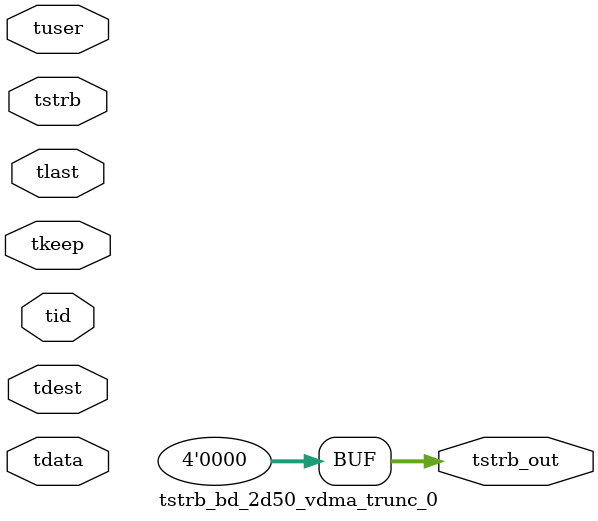
<source format=v>


`timescale 1ps/1ps

module tstrb_bd_2d50_vdma_trunc_0 #
(
parameter C_S_AXIS_TDATA_WIDTH = 32,
parameter C_S_AXIS_TUSER_WIDTH = 0,
parameter C_S_AXIS_TID_WIDTH   = 0,
parameter C_S_AXIS_TDEST_WIDTH = 0,
parameter C_M_AXIS_TDATA_WIDTH = 32
)
(
input  [(C_S_AXIS_TDATA_WIDTH == 0 ? 1 : C_S_AXIS_TDATA_WIDTH)-1:0     ] tdata,
input  [(C_S_AXIS_TUSER_WIDTH == 0 ? 1 : C_S_AXIS_TUSER_WIDTH)-1:0     ] tuser,
input  [(C_S_AXIS_TID_WIDTH   == 0 ? 1 : C_S_AXIS_TID_WIDTH)-1:0       ] tid,
input  [(C_S_AXIS_TDEST_WIDTH == 0 ? 1 : C_S_AXIS_TDEST_WIDTH)-1:0     ] tdest,
input  [(C_S_AXIS_TDATA_WIDTH/8)-1:0 ] tkeep,
input  [(C_S_AXIS_TDATA_WIDTH/8)-1:0 ] tstrb,
input                                                                    tlast,
output [(C_M_AXIS_TDATA_WIDTH/8)-1:0 ] tstrb_out
);

assign tstrb_out = {1'b0};

endmodule


</source>
